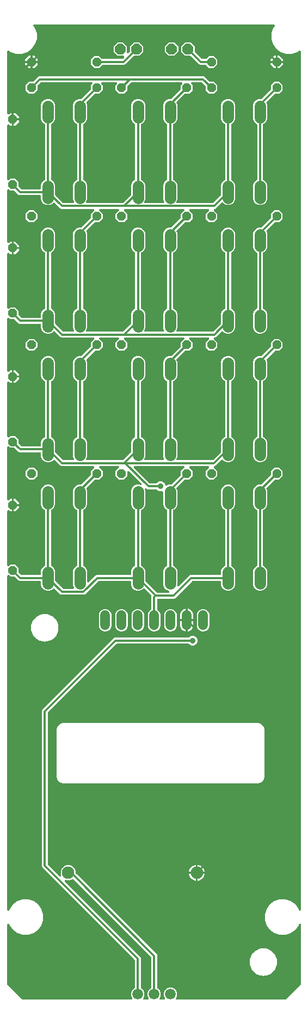
<source format=gtl>
G04 EAGLE Gerber RS-274X export*
G75*
%MOMM*%
%FSLAX34Y34*%
%LPD*%
%INTop Copper*%
%IPPOS*%
%AMOC8*
5,1,8,0,0,1.08239X$1,22.5*%
G01*
G04 Define Apertures*
%ADD10P,1.54782X8X22.5*%
%ADD11P,1.54782X8X292.5*%
%ADD12C,1.790700*%
%ADD13C,1.950000*%
%ADD14C,1.524000*%
%ADD15P,1.54782X8X202.5*%
%ADD16C,1.676400*%
%ADD17P,1.81452X8X22.5*%
%ADD18C,0.304800*%
%ADD19C,0.914400*%
G36*
X205170Y11805D02*
X205670Y12148D01*
X205997Y12659D01*
X206098Y13257D01*
X205959Y13847D01*
X205824Y14040D01*
X204186Y17995D01*
X204186Y22137D01*
X205771Y25965D01*
X208701Y28895D01*
X209087Y29055D01*
X209590Y29394D01*
X209921Y29902D01*
X210028Y30463D01*
X210028Y72875D01*
X209907Y73469D01*
X209582Y73953D01*
X66124Y217410D01*
X65428Y219091D01*
X65428Y460909D01*
X66124Y462590D01*
X177410Y573876D01*
X179091Y574572D01*
X293164Y574572D01*
X293759Y574693D01*
X294242Y575018D01*
X295684Y576460D01*
X298484Y577620D01*
X301516Y577620D01*
X304316Y576460D01*
X306460Y574316D01*
X307620Y571516D01*
X307620Y568484D01*
X306460Y565684D01*
X304316Y563540D01*
X301516Y562380D01*
X298484Y562380D01*
X295684Y563540D01*
X294242Y564982D01*
X293736Y565317D01*
X293164Y565428D01*
X182525Y565428D01*
X181931Y565307D01*
X181447Y564982D01*
X75018Y458553D01*
X74683Y458047D01*
X74572Y457475D01*
X74572Y222525D01*
X74693Y221931D01*
X75018Y221447D01*
X92686Y203780D01*
X93192Y203445D01*
X93788Y203334D01*
X94380Y203464D01*
X94875Y203815D01*
X95194Y204331D01*
X95286Y204930D01*
X95172Y205441D01*
X94668Y206656D01*
X94668Y211344D01*
X96462Y215674D01*
X99776Y218988D01*
X104106Y220782D01*
X108794Y220782D01*
X113124Y218988D01*
X116438Y215674D01*
X118232Y211344D01*
X118232Y208865D01*
X118353Y208271D01*
X118678Y207787D01*
X243876Y82590D01*
X244572Y80909D01*
X244572Y30463D01*
X244693Y29868D01*
X245036Y29368D01*
X245513Y29055D01*
X245899Y28895D01*
X248829Y25965D01*
X250414Y22137D01*
X250414Y17995D01*
X248762Y14005D01*
X248612Y13780D01*
X248501Y13184D01*
X248631Y12591D01*
X248982Y12097D01*
X249498Y11778D01*
X250025Y11684D01*
X255375Y11684D01*
X255970Y11805D01*
X256470Y12148D01*
X256797Y12659D01*
X256898Y13257D01*
X256759Y13847D01*
X256624Y14040D01*
X254986Y17995D01*
X254986Y22137D01*
X256571Y25965D01*
X259501Y28895D01*
X263329Y30480D01*
X267471Y30480D01*
X271299Y28895D01*
X274229Y25965D01*
X275814Y22137D01*
X275814Y17995D01*
X274162Y14005D01*
X274012Y13780D01*
X273901Y13184D01*
X274031Y12591D01*
X274382Y12097D01*
X274898Y11778D01*
X275425Y11684D01*
X444529Y11684D01*
X445124Y11805D01*
X445607Y12130D01*
X467870Y34393D01*
X468205Y34899D01*
X468316Y35471D01*
X468316Y128534D01*
X468195Y129128D01*
X467852Y129628D01*
X467341Y129955D01*
X466743Y130057D01*
X466153Y129917D01*
X465664Y129559D01*
X465343Y129005D01*
X464808Y127360D01*
X459688Y120312D01*
X452640Y115192D01*
X444356Y112500D01*
X435644Y112500D01*
X427360Y115192D01*
X420312Y120312D01*
X415192Y127360D01*
X412500Y135644D01*
X412500Y144356D01*
X415192Y152640D01*
X420312Y159688D01*
X427360Y164808D01*
X435644Y167500D01*
X444356Y167500D01*
X452640Y164808D01*
X459688Y159688D01*
X464808Y152640D01*
X465343Y150995D01*
X465641Y150467D01*
X466122Y150098D01*
X466709Y149945D01*
X467309Y150033D01*
X467827Y150348D01*
X468181Y150840D01*
X468316Y151466D01*
X468316Y1486324D01*
X468195Y1486919D01*
X467852Y1487419D01*
X467341Y1487746D01*
X466743Y1487848D01*
X465896Y1487557D01*
X462640Y1485192D01*
X454356Y1482500D01*
X445644Y1482500D01*
X437360Y1485192D01*
X430312Y1490312D01*
X425192Y1497360D01*
X422500Y1505644D01*
X422500Y1514356D01*
X425192Y1522640D01*
X427557Y1525896D01*
X427809Y1526448D01*
X427826Y1527054D01*
X427605Y1527619D01*
X427181Y1528053D01*
X426324Y1528316D01*
X53676Y1528316D01*
X53081Y1528195D01*
X52581Y1527852D01*
X52254Y1527341D01*
X52152Y1526743D01*
X52443Y1525896D01*
X54808Y1522640D01*
X57500Y1514356D01*
X57500Y1505644D01*
X54808Y1497360D01*
X49688Y1490312D01*
X42640Y1485192D01*
X34356Y1482500D01*
X25644Y1482500D01*
X17360Y1485192D01*
X14104Y1487557D01*
X13552Y1487809D01*
X12946Y1487826D01*
X12381Y1487605D01*
X11947Y1487181D01*
X11684Y1486324D01*
X11684Y1389867D01*
X11805Y1389273D01*
X12148Y1388772D01*
X12659Y1388445D01*
X13257Y1388344D01*
X13847Y1388483D01*
X14286Y1388789D01*
X15986Y1390490D01*
X18476Y1390490D01*
X18476Y1371110D01*
X15986Y1371110D01*
X14286Y1372811D01*
X13780Y1373146D01*
X13184Y1373257D01*
X12591Y1373127D01*
X12097Y1372776D01*
X11778Y1372260D01*
X11684Y1371733D01*
X11684Y1287549D01*
X11805Y1286954D01*
X12148Y1286454D01*
X12659Y1286127D01*
X13257Y1286025D01*
X13847Y1286165D01*
X14286Y1286471D01*
X16197Y1288382D01*
X23803Y1288382D01*
X29182Y1283003D01*
X29182Y1277115D01*
X29303Y1276521D01*
X29628Y1276037D01*
X33131Y1272534D01*
X33637Y1272199D01*
X34209Y1272088D01*
X62599Y1272088D01*
X63193Y1272209D01*
X63693Y1272552D01*
X64020Y1273063D01*
X64123Y1273612D01*
X64123Y1278655D01*
X65795Y1282692D01*
X68885Y1285783D01*
X69595Y1286077D01*
X70098Y1286416D01*
X70429Y1286924D01*
X70536Y1287485D01*
X70536Y1372515D01*
X70415Y1373110D01*
X70072Y1373610D01*
X69595Y1373923D01*
X68885Y1374217D01*
X65795Y1377308D01*
X64123Y1381345D01*
X64123Y1403623D01*
X65795Y1407660D01*
X68885Y1410751D01*
X72923Y1412423D01*
X77293Y1412423D01*
X81331Y1410751D01*
X84421Y1407660D01*
X86094Y1403623D01*
X86094Y1381345D01*
X84421Y1377308D01*
X81331Y1374217D01*
X80621Y1373923D01*
X80118Y1373584D01*
X79787Y1373076D01*
X79680Y1372515D01*
X79680Y1287485D01*
X79801Y1286890D01*
X80144Y1286390D01*
X80621Y1286077D01*
X81331Y1285783D01*
X84421Y1282692D01*
X86094Y1278655D01*
X86094Y1263628D01*
X86214Y1263033D01*
X86540Y1262550D01*
X98018Y1251071D01*
X98524Y1250736D01*
X99096Y1250625D01*
X114008Y1250625D01*
X114603Y1250746D01*
X115103Y1251089D01*
X115430Y1251600D01*
X115532Y1252198D01*
X115416Y1252732D01*
X113907Y1256377D01*
X113907Y1278655D01*
X115579Y1282692D01*
X118669Y1285783D01*
X119379Y1286077D01*
X119882Y1286416D01*
X120213Y1286924D01*
X120320Y1287485D01*
X120320Y1372515D01*
X120199Y1373110D01*
X119856Y1373610D01*
X119379Y1373923D01*
X118669Y1374217D01*
X115579Y1377308D01*
X113907Y1381345D01*
X113907Y1403623D01*
X115579Y1407660D01*
X118669Y1410751D01*
X122707Y1412423D01*
X126126Y1412423D01*
X126720Y1412544D01*
X127204Y1412869D01*
X141172Y1426837D01*
X141507Y1427343D01*
X141618Y1427915D01*
X141618Y1433803D01*
X143641Y1435826D01*
X143976Y1436332D01*
X144087Y1436928D01*
X143957Y1437521D01*
X143606Y1438015D01*
X143090Y1438334D01*
X142563Y1438428D01*
X64725Y1438428D01*
X64131Y1438307D01*
X63647Y1437982D01*
X58828Y1433163D01*
X58493Y1432657D01*
X58382Y1432085D01*
X58382Y1426197D01*
X53003Y1420818D01*
X45397Y1420818D01*
X40018Y1426197D01*
X40018Y1433803D01*
X45397Y1439182D01*
X51285Y1439182D01*
X51879Y1439303D01*
X52363Y1439628D01*
X59610Y1446876D01*
X61291Y1447572D01*
X317109Y1447572D01*
X318790Y1446876D01*
X326037Y1439628D01*
X326543Y1439293D01*
X327115Y1439182D01*
X333003Y1439182D01*
X338382Y1433803D01*
X338382Y1426197D01*
X333003Y1420818D01*
X325397Y1420818D01*
X320018Y1426197D01*
X320018Y1432085D01*
X319897Y1432679D01*
X319572Y1433163D01*
X314753Y1437982D01*
X314247Y1438317D01*
X313675Y1438428D01*
X299037Y1438428D01*
X298442Y1438307D01*
X297942Y1437964D01*
X297615Y1437453D01*
X297513Y1436855D01*
X297653Y1436265D01*
X297959Y1435826D01*
X299982Y1433803D01*
X299982Y1426197D01*
X294603Y1420818D01*
X288715Y1420818D01*
X288121Y1420697D01*
X287637Y1420372D01*
X275136Y1407871D01*
X274801Y1407365D01*
X274690Y1406769D01*
X274806Y1406210D01*
X275878Y1403623D01*
X275878Y1381345D01*
X274205Y1377308D01*
X271115Y1374217D01*
X270405Y1373923D01*
X269902Y1373584D01*
X269571Y1373076D01*
X269464Y1372515D01*
X269464Y1287485D01*
X269585Y1286890D01*
X269928Y1286390D01*
X270405Y1286077D01*
X271115Y1285783D01*
X274205Y1282692D01*
X275878Y1278655D01*
X275878Y1256377D01*
X274368Y1252732D01*
X274252Y1252137D01*
X274377Y1251543D01*
X274724Y1251046D01*
X275238Y1250723D01*
X275776Y1250625D01*
X331120Y1250625D01*
X331714Y1250746D01*
X332198Y1251071D01*
X343676Y1262550D01*
X344011Y1263056D01*
X344123Y1263628D01*
X344123Y1278655D01*
X345795Y1282692D01*
X348885Y1285783D01*
X349595Y1286077D01*
X350098Y1286416D01*
X350429Y1286924D01*
X350536Y1287485D01*
X350536Y1372515D01*
X350415Y1373110D01*
X350072Y1373610D01*
X349595Y1373923D01*
X348885Y1374217D01*
X345795Y1377308D01*
X344123Y1381345D01*
X344123Y1403623D01*
X345795Y1407660D01*
X348885Y1410751D01*
X352923Y1412423D01*
X357293Y1412423D01*
X361331Y1410751D01*
X364421Y1407660D01*
X366094Y1403623D01*
X366094Y1381345D01*
X364421Y1377308D01*
X361331Y1374217D01*
X360621Y1373923D01*
X360118Y1373584D01*
X359787Y1373076D01*
X359680Y1372515D01*
X359680Y1287485D01*
X359801Y1286890D01*
X360144Y1286390D01*
X360621Y1286077D01*
X361331Y1285783D01*
X364421Y1282692D01*
X366094Y1278655D01*
X366094Y1256377D01*
X364421Y1252340D01*
X361331Y1249249D01*
X357293Y1247577D01*
X352923Y1247577D01*
X348885Y1249249D01*
X347174Y1250961D01*
X346668Y1251296D01*
X346072Y1251407D01*
X345480Y1251277D01*
X345019Y1250961D01*
X336235Y1242177D01*
X334554Y1241481D01*
X334384Y1241481D01*
X333789Y1241360D01*
X333289Y1241017D01*
X332962Y1240506D01*
X332860Y1239908D01*
X333000Y1239318D01*
X333306Y1238879D01*
X338382Y1233803D01*
X338382Y1226197D01*
X333003Y1220818D01*
X325397Y1220818D01*
X320018Y1226197D01*
X320018Y1233803D01*
X325094Y1238879D01*
X325429Y1239385D01*
X325540Y1239981D01*
X325410Y1240574D01*
X325059Y1241068D01*
X324543Y1241387D01*
X324016Y1241481D01*
X295984Y1241481D01*
X295389Y1241360D01*
X294889Y1241017D01*
X294562Y1240506D01*
X294460Y1239908D01*
X294600Y1239318D01*
X294906Y1238879D01*
X299982Y1233803D01*
X299982Y1226197D01*
X294603Y1220818D01*
X288715Y1220818D01*
X288121Y1220697D01*
X287637Y1220372D01*
X275136Y1207871D01*
X274801Y1207365D01*
X274690Y1206769D01*
X274806Y1206210D01*
X275878Y1203623D01*
X275878Y1181345D01*
X274205Y1177308D01*
X271115Y1174217D01*
X270405Y1173923D01*
X269902Y1173584D01*
X269571Y1173076D01*
X269464Y1172515D01*
X269464Y1087485D01*
X269585Y1086890D01*
X269928Y1086390D01*
X270405Y1086077D01*
X271115Y1085783D01*
X274205Y1082692D01*
X275878Y1078655D01*
X275878Y1056377D01*
X274368Y1052732D01*
X274252Y1052137D01*
X274377Y1051543D01*
X274724Y1051046D01*
X275238Y1050723D01*
X275776Y1050625D01*
X331120Y1050625D01*
X331714Y1050746D01*
X332198Y1051071D01*
X343676Y1062550D01*
X344011Y1063056D01*
X344123Y1063628D01*
X344123Y1078655D01*
X345795Y1082692D01*
X348885Y1085783D01*
X349595Y1086077D01*
X350098Y1086416D01*
X350429Y1086924D01*
X350536Y1087485D01*
X350536Y1172515D01*
X350415Y1173110D01*
X350072Y1173610D01*
X349595Y1173923D01*
X348885Y1174217D01*
X345795Y1177308D01*
X344123Y1181345D01*
X344123Y1203623D01*
X345795Y1207660D01*
X348885Y1210751D01*
X352923Y1212423D01*
X357293Y1212423D01*
X361331Y1210751D01*
X364421Y1207660D01*
X366094Y1203623D01*
X366094Y1181345D01*
X364421Y1177308D01*
X361331Y1174217D01*
X360621Y1173923D01*
X360118Y1173584D01*
X359787Y1173076D01*
X359680Y1172515D01*
X359680Y1087485D01*
X359801Y1086890D01*
X360144Y1086390D01*
X360621Y1086077D01*
X361331Y1085783D01*
X364421Y1082692D01*
X366094Y1078655D01*
X366094Y1056377D01*
X364421Y1052340D01*
X361331Y1049249D01*
X357293Y1047577D01*
X352923Y1047577D01*
X348885Y1049249D01*
X347174Y1050961D01*
X346668Y1051296D01*
X346072Y1051407D01*
X345480Y1051277D01*
X345019Y1050961D01*
X336235Y1042177D01*
X334554Y1041481D01*
X334384Y1041481D01*
X333789Y1041360D01*
X333289Y1041017D01*
X332962Y1040506D01*
X332860Y1039908D01*
X333000Y1039318D01*
X333306Y1038879D01*
X338382Y1033803D01*
X338382Y1026197D01*
X333003Y1020818D01*
X325397Y1020818D01*
X320018Y1026197D01*
X320018Y1033803D01*
X325094Y1038879D01*
X325429Y1039385D01*
X325540Y1039981D01*
X325410Y1040574D01*
X325059Y1041068D01*
X324543Y1041387D01*
X324016Y1041481D01*
X295984Y1041481D01*
X295389Y1041360D01*
X294889Y1041017D01*
X294562Y1040506D01*
X294460Y1039908D01*
X294600Y1039318D01*
X294906Y1038879D01*
X299982Y1033803D01*
X299982Y1026197D01*
X294603Y1020818D01*
X288715Y1020818D01*
X288121Y1020697D01*
X287637Y1020372D01*
X275136Y1007871D01*
X274801Y1007365D01*
X274690Y1006769D01*
X274806Y1006210D01*
X275878Y1003623D01*
X275878Y981345D01*
X274205Y977308D01*
X271115Y974217D01*
X270405Y973923D01*
X269902Y973584D01*
X269571Y973076D01*
X269464Y972515D01*
X269464Y887485D01*
X269585Y886890D01*
X269928Y886390D01*
X270405Y886077D01*
X271115Y885783D01*
X274205Y882692D01*
X275878Y878655D01*
X275878Y856377D01*
X274346Y852679D01*
X274230Y852084D01*
X274355Y851490D01*
X274702Y850993D01*
X275216Y850670D01*
X275754Y850572D01*
X330761Y850572D01*
X331355Y850693D01*
X331839Y851018D01*
X343676Y862856D01*
X344011Y863362D01*
X344123Y863934D01*
X344123Y878961D01*
X345795Y882998D01*
X348885Y886089D01*
X349595Y886383D01*
X350098Y886722D01*
X350429Y887230D01*
X350536Y887791D01*
X350536Y972821D01*
X350415Y973416D01*
X350072Y973916D01*
X349595Y974229D01*
X348885Y974523D01*
X345795Y977614D01*
X344123Y981651D01*
X344123Y1003929D01*
X345795Y1007966D01*
X348885Y1011057D01*
X352923Y1012729D01*
X357293Y1012729D01*
X361331Y1011057D01*
X364421Y1007966D01*
X366094Y1003929D01*
X366094Y981651D01*
X364421Y977614D01*
X361331Y974523D01*
X360621Y974229D01*
X360118Y973890D01*
X359787Y973382D01*
X359680Y972821D01*
X359680Y887791D01*
X359801Y887196D01*
X360144Y886696D01*
X360621Y886383D01*
X361331Y886089D01*
X364421Y882998D01*
X366094Y878961D01*
X366094Y856683D01*
X364421Y852646D01*
X361331Y849555D01*
X357293Y847883D01*
X352923Y847883D01*
X348885Y849555D01*
X347174Y851267D01*
X346668Y851602D01*
X346072Y851713D01*
X345480Y851583D01*
X345019Y851267D01*
X335876Y842124D01*
X333964Y841332D01*
X333842Y841307D01*
X333342Y840964D01*
X333015Y840453D01*
X332913Y839855D01*
X333053Y839265D01*
X333359Y838826D01*
X338382Y833803D01*
X338382Y826197D01*
X333003Y820818D01*
X325397Y820818D01*
X320018Y826197D01*
X320018Y833803D01*
X325041Y838826D01*
X325376Y839332D01*
X325487Y839928D01*
X325357Y840521D01*
X325006Y841015D01*
X324490Y841334D01*
X323963Y841428D01*
X296037Y841428D01*
X295442Y841307D01*
X294942Y840964D01*
X294615Y840453D01*
X294513Y839855D01*
X294653Y839265D01*
X294959Y838826D01*
X299982Y833803D01*
X299982Y826197D01*
X294603Y820818D01*
X288715Y820818D01*
X288121Y820697D01*
X287637Y820372D01*
X275136Y807871D01*
X274801Y807365D01*
X274690Y806769D01*
X274806Y806210D01*
X275878Y803623D01*
X275878Y781345D01*
X274205Y777308D01*
X271115Y774217D01*
X270405Y773923D01*
X269902Y773584D01*
X269571Y773076D01*
X269464Y772515D01*
X269464Y687485D01*
X269585Y686890D01*
X269928Y686390D01*
X270405Y686077D01*
X271115Y685783D01*
X274205Y682692D01*
X275878Y678655D01*
X275878Y656161D01*
X275841Y655974D01*
X275966Y655381D01*
X276313Y654883D01*
X276827Y654560D01*
X277426Y654463D01*
X278015Y654607D01*
X278443Y654908D01*
X294926Y671392D01*
X296607Y672088D01*
X342599Y672088D01*
X343193Y672209D01*
X343693Y672552D01*
X344020Y673063D01*
X344123Y673612D01*
X344123Y678655D01*
X345795Y682692D01*
X348885Y685783D01*
X349595Y686077D01*
X350098Y686416D01*
X350429Y686924D01*
X350536Y687485D01*
X350536Y772515D01*
X350415Y773110D01*
X350072Y773610D01*
X349595Y773923D01*
X348885Y774217D01*
X345795Y777308D01*
X344123Y781345D01*
X344123Y803623D01*
X345795Y807660D01*
X348885Y810751D01*
X352923Y812423D01*
X357293Y812423D01*
X361331Y810751D01*
X364421Y807660D01*
X366094Y803623D01*
X366094Y781345D01*
X364421Y777308D01*
X361331Y774217D01*
X360621Y773923D01*
X360118Y773584D01*
X359787Y773076D01*
X359680Y772515D01*
X359680Y687485D01*
X359801Y686890D01*
X360144Y686390D01*
X360621Y686077D01*
X361331Y685783D01*
X364421Y682692D01*
X366094Y678655D01*
X366094Y656377D01*
X364421Y652340D01*
X361331Y649249D01*
X357293Y647577D01*
X352923Y647577D01*
X348885Y649249D01*
X345795Y652340D01*
X344123Y656377D01*
X344123Y661420D01*
X344002Y662014D01*
X343659Y662515D01*
X343148Y662842D01*
X342599Y662944D01*
X300041Y662944D01*
X299447Y662823D01*
X298963Y662498D01*
X272590Y636124D01*
X270909Y635428D01*
X246096Y635428D01*
X245502Y635307D01*
X245001Y634964D01*
X244674Y634453D01*
X244572Y633904D01*
X244572Y619004D01*
X244693Y618409D01*
X245036Y617909D01*
X245435Y617647D01*
X248183Y614899D01*
X249652Y611352D01*
X249652Y592272D01*
X248183Y588725D01*
X245467Y586009D01*
X241920Y584540D01*
X238080Y584540D01*
X234533Y586009D01*
X231817Y588725D01*
X230348Y592272D01*
X230348Y611352D01*
X231817Y614899D01*
X234569Y617651D01*
X234990Y617935D01*
X235321Y618443D01*
X235428Y619004D01*
X235428Y638285D01*
X235754Y639073D01*
X235870Y639669D01*
X235745Y640262D01*
X235424Y640734D01*
X225197Y650961D01*
X224692Y651296D01*
X224096Y651407D01*
X223503Y651277D01*
X223042Y650961D01*
X221331Y649249D01*
X217293Y647577D01*
X212923Y647577D01*
X208885Y649249D01*
X205795Y652340D01*
X204123Y656377D01*
X204123Y661420D01*
X204002Y662014D01*
X203659Y662515D01*
X203148Y662842D01*
X202599Y662944D01*
X154062Y662944D01*
X153467Y662823D01*
X152984Y662498D01*
X132663Y642177D01*
X130983Y641481D01*
X95662Y641481D01*
X93981Y642177D01*
X85197Y650961D01*
X84692Y651296D01*
X84096Y651407D01*
X83503Y651277D01*
X83042Y650961D01*
X81331Y649249D01*
X77293Y647577D01*
X72923Y647577D01*
X68885Y649249D01*
X65795Y652340D01*
X64123Y656377D01*
X64123Y661420D01*
X64002Y662014D01*
X63659Y662515D01*
X63148Y662842D01*
X62599Y662944D01*
X30775Y662944D01*
X29094Y663640D01*
X23163Y669572D01*
X22657Y669907D01*
X22085Y670018D01*
X16197Y670018D01*
X14286Y671929D01*
X13780Y672264D01*
X13184Y672375D01*
X12591Y672245D01*
X12097Y671894D01*
X11778Y671378D01*
X11684Y670851D01*
X11684Y151466D01*
X11805Y150872D01*
X12148Y150372D01*
X12659Y150045D01*
X13257Y149943D01*
X13847Y150083D01*
X14336Y150442D01*
X14657Y150995D01*
X15192Y152640D01*
X20312Y159688D01*
X27360Y164808D01*
X35644Y167500D01*
X44356Y167500D01*
X52640Y164808D01*
X59688Y159688D01*
X64808Y152640D01*
X67500Y144356D01*
X67500Y135644D01*
X64808Y127360D01*
X59688Y120312D01*
X52640Y115192D01*
X44356Y112500D01*
X35644Y112500D01*
X27360Y115192D01*
X20312Y120312D01*
X15192Y127360D01*
X14657Y129005D01*
X14359Y129533D01*
X13878Y129902D01*
X13291Y130055D01*
X12691Y129967D01*
X12173Y129652D01*
X11819Y129160D01*
X11684Y128534D01*
X11684Y35471D01*
X11805Y34877D01*
X12130Y34393D01*
X34393Y12130D01*
X34899Y11795D01*
X35471Y11684D01*
X204575Y11684D01*
X205170Y11805D01*
G37*
%LPC*%
G36*
X146997Y1460818D02*
X141618Y1466197D01*
X141618Y1473803D01*
X146997Y1479182D01*
X154603Y1479182D01*
X158767Y1475018D01*
X159273Y1474683D01*
X159845Y1474572D01*
X190175Y1474572D01*
X190769Y1474693D01*
X191253Y1475018D01*
X193219Y1476984D01*
X193554Y1477490D01*
X193665Y1478086D01*
X193535Y1478679D01*
X193184Y1479173D01*
X192668Y1479492D01*
X192141Y1479586D01*
X182986Y1479586D01*
X176886Y1485686D01*
X176886Y1494314D01*
X182986Y1500414D01*
X191614Y1500414D01*
X197714Y1494314D01*
X197714Y1485159D01*
X197835Y1484565D01*
X198178Y1484064D01*
X198689Y1483738D01*
X199287Y1483636D01*
X199877Y1483775D01*
X200316Y1484081D01*
X201840Y1485605D01*
X202175Y1486111D01*
X202286Y1486683D01*
X202286Y1494314D01*
X208386Y1500414D01*
X217014Y1500414D01*
X223114Y1494314D01*
X223114Y1485686D01*
X217014Y1479586D01*
X209383Y1479586D01*
X208789Y1479465D01*
X208305Y1479140D01*
X195290Y1466124D01*
X193609Y1465428D01*
X159845Y1465428D01*
X159250Y1465307D01*
X158767Y1464982D01*
X154603Y1460818D01*
X146997Y1460818D01*
G37*
G36*
X262986Y1479586D02*
X256886Y1485686D01*
X256886Y1494314D01*
X262986Y1500414D01*
X271614Y1500414D01*
X277714Y1494314D01*
X277714Y1485686D01*
X271614Y1479586D01*
X262986Y1479586D01*
G37*
G36*
X325397Y1460818D02*
X321233Y1464982D01*
X320727Y1465317D01*
X320155Y1465428D01*
X311791Y1465428D01*
X310110Y1466124D01*
X297095Y1479140D01*
X296589Y1479475D01*
X296017Y1479586D01*
X288386Y1479586D01*
X282286Y1485686D01*
X282286Y1494314D01*
X288386Y1500414D01*
X297014Y1500414D01*
X303114Y1494314D01*
X303114Y1486683D01*
X303235Y1486089D01*
X303560Y1485605D01*
X314147Y1475018D01*
X314653Y1474683D01*
X315225Y1474572D01*
X320155Y1474572D01*
X320750Y1474693D01*
X321233Y1475018D01*
X325397Y1479182D01*
X333003Y1479182D01*
X338382Y1473803D01*
X338382Y1466197D01*
X333003Y1460818D01*
X325397Y1460818D01*
G37*
G36*
X50724Y1471524D02*
X50724Y1479690D01*
X53214Y1479690D01*
X58890Y1474014D01*
X58890Y1471524D01*
X50724Y1471524D01*
G37*
G36*
X432324Y1471524D02*
X432324Y1479690D01*
X434814Y1479690D01*
X440490Y1474014D01*
X440490Y1471524D01*
X432324Y1471524D01*
G37*
G36*
X421110Y1471524D02*
X421110Y1474014D01*
X426786Y1479690D01*
X429276Y1479690D01*
X429276Y1471524D01*
X421110Y1471524D01*
G37*
G36*
X39510Y1471524D02*
X39510Y1474014D01*
X45186Y1479690D01*
X47676Y1479690D01*
X47676Y1471524D01*
X39510Y1471524D01*
G37*
G36*
X50724Y1460310D02*
X50724Y1468476D01*
X58890Y1468476D01*
X58890Y1465986D01*
X53214Y1460310D01*
X50724Y1460310D01*
G37*
G36*
X426786Y1460310D02*
X421110Y1465986D01*
X421110Y1468476D01*
X429276Y1468476D01*
X429276Y1460310D01*
X426786Y1460310D01*
G37*
G36*
X432324Y1460310D02*
X432324Y1468476D01*
X440490Y1468476D01*
X440490Y1465986D01*
X434814Y1460310D01*
X432324Y1460310D01*
G37*
G36*
X45186Y1460310D02*
X39510Y1465986D01*
X39510Y1468476D01*
X47676Y1468476D01*
X47676Y1460310D01*
X45186Y1460310D01*
G37*
G36*
X402707Y1247577D02*
X398669Y1249249D01*
X395579Y1252340D01*
X393907Y1256377D01*
X393907Y1278655D01*
X395579Y1282692D01*
X398669Y1285783D01*
X399379Y1286077D01*
X399882Y1286416D01*
X400213Y1286924D01*
X400320Y1287485D01*
X400320Y1372515D01*
X400199Y1373110D01*
X399856Y1373610D01*
X399379Y1373923D01*
X398669Y1374217D01*
X395579Y1377308D01*
X393907Y1381345D01*
X393907Y1403623D01*
X395579Y1407660D01*
X398669Y1410751D01*
X402707Y1412423D01*
X406126Y1412423D01*
X406720Y1412544D01*
X407204Y1412869D01*
X421172Y1426837D01*
X421507Y1427343D01*
X421618Y1427915D01*
X421618Y1433803D01*
X426997Y1439182D01*
X434603Y1439182D01*
X439982Y1433803D01*
X439982Y1426197D01*
X434603Y1420818D01*
X428715Y1420818D01*
X428121Y1420697D01*
X427637Y1420372D01*
X415136Y1407871D01*
X414801Y1407365D01*
X414690Y1406769D01*
X414806Y1406210D01*
X415878Y1403623D01*
X415878Y1381345D01*
X414205Y1377308D01*
X411115Y1374217D01*
X410405Y1373923D01*
X409902Y1373584D01*
X409571Y1373076D01*
X409464Y1372515D01*
X409464Y1287485D01*
X409585Y1286890D01*
X409928Y1286390D01*
X410405Y1286077D01*
X411115Y1285783D01*
X414205Y1282692D01*
X415878Y1278655D01*
X415878Y1256377D01*
X414205Y1252340D01*
X411115Y1249249D01*
X407077Y1247577D01*
X402707Y1247577D01*
G37*
G36*
X21524Y1382324D02*
X21524Y1390490D01*
X24014Y1390490D01*
X29690Y1384814D01*
X29690Y1382324D01*
X21524Y1382324D01*
G37*
G36*
X21524Y1371110D02*
X21524Y1379276D01*
X29690Y1379276D01*
X29690Y1376786D01*
X24014Y1371110D01*
X21524Y1371110D01*
G37*
G36*
X402707Y1047577D02*
X398669Y1049249D01*
X395579Y1052340D01*
X393907Y1056377D01*
X393907Y1078655D01*
X395579Y1082692D01*
X398669Y1085783D01*
X399379Y1086077D01*
X399882Y1086416D01*
X400213Y1086924D01*
X400320Y1087485D01*
X400320Y1172515D01*
X400199Y1173110D01*
X399856Y1173610D01*
X399379Y1173923D01*
X398669Y1174217D01*
X395579Y1177308D01*
X393907Y1181345D01*
X393907Y1203623D01*
X395579Y1207660D01*
X398669Y1210751D01*
X402707Y1212423D01*
X406126Y1212423D01*
X406720Y1212544D01*
X407204Y1212869D01*
X421172Y1226837D01*
X421507Y1227343D01*
X421618Y1227915D01*
X421618Y1233803D01*
X426997Y1239182D01*
X434603Y1239182D01*
X439982Y1233803D01*
X439982Y1226197D01*
X434603Y1220818D01*
X428715Y1220818D01*
X428121Y1220697D01*
X427637Y1220372D01*
X415136Y1207871D01*
X414801Y1207365D01*
X414690Y1206769D01*
X414806Y1206210D01*
X415878Y1203623D01*
X415878Y1181345D01*
X414205Y1177308D01*
X411115Y1174217D01*
X410405Y1173923D01*
X409902Y1173584D01*
X409571Y1173076D01*
X409464Y1172515D01*
X409464Y1087485D01*
X409585Y1086890D01*
X409928Y1086390D01*
X410405Y1086077D01*
X411115Y1085783D01*
X414205Y1082692D01*
X415878Y1078655D01*
X415878Y1056377D01*
X414205Y1052340D01*
X411115Y1049249D01*
X407077Y1047577D01*
X402707Y1047577D01*
G37*
G36*
X402707Y847883D02*
X398669Y849555D01*
X395579Y852646D01*
X393907Y856683D01*
X393907Y878961D01*
X395579Y882998D01*
X398669Y886089D01*
X399379Y886383D01*
X399882Y886722D01*
X400213Y887230D01*
X400320Y887791D01*
X400320Y972821D01*
X400199Y973416D01*
X399856Y973916D01*
X399379Y974229D01*
X398669Y974523D01*
X395579Y977614D01*
X393907Y981651D01*
X393907Y1003929D01*
X395579Y1007966D01*
X398669Y1011057D01*
X402707Y1012729D01*
X406432Y1012729D01*
X407026Y1012850D01*
X407510Y1013175D01*
X421172Y1026837D01*
X421507Y1027343D01*
X421618Y1027915D01*
X421618Y1033803D01*
X426997Y1039182D01*
X434603Y1039182D01*
X439982Y1033803D01*
X439982Y1026197D01*
X434603Y1020818D01*
X428715Y1020818D01*
X428121Y1020697D01*
X427637Y1020372D01*
X415226Y1007960D01*
X414891Y1007454D01*
X414780Y1006858D01*
X414896Y1006299D01*
X415878Y1003929D01*
X415878Y981651D01*
X414205Y977614D01*
X411115Y974523D01*
X410405Y974229D01*
X409902Y973890D01*
X409571Y973382D01*
X409464Y972821D01*
X409464Y887791D01*
X409585Y887196D01*
X409928Y886696D01*
X410405Y886383D01*
X411115Y886089D01*
X414205Y882998D01*
X415878Y878961D01*
X415878Y856683D01*
X414205Y852646D01*
X411115Y849555D01*
X407077Y847883D01*
X402707Y847883D01*
G37*
G36*
X402707Y647577D02*
X398669Y649249D01*
X395579Y652340D01*
X393907Y656377D01*
X393907Y678655D01*
X395579Y682692D01*
X398669Y685783D01*
X399379Y686077D01*
X399882Y686416D01*
X400213Y686924D01*
X400320Y687485D01*
X400320Y772515D01*
X400199Y773110D01*
X399856Y773610D01*
X399379Y773923D01*
X398669Y774217D01*
X395579Y777308D01*
X393907Y781345D01*
X393907Y803623D01*
X395579Y807660D01*
X398669Y810751D01*
X402707Y812423D01*
X406126Y812423D01*
X406720Y812544D01*
X407204Y812869D01*
X421172Y826837D01*
X421507Y827343D01*
X421618Y827915D01*
X421618Y833803D01*
X426997Y839182D01*
X434603Y839182D01*
X439982Y833803D01*
X439982Y826197D01*
X434603Y820818D01*
X428715Y820818D01*
X428121Y820697D01*
X427637Y820372D01*
X415136Y807871D01*
X414801Y807365D01*
X414690Y806769D01*
X414806Y806210D01*
X415878Y803623D01*
X415878Y781345D01*
X414205Y777308D01*
X411115Y774217D01*
X410405Y773923D01*
X409902Y773584D01*
X409571Y773076D01*
X409464Y772515D01*
X409464Y687485D01*
X409585Y686890D01*
X409928Y686390D01*
X410405Y686077D01*
X411115Y685783D01*
X414205Y682692D01*
X415878Y678655D01*
X415878Y656377D01*
X414205Y652340D01*
X411115Y649249D01*
X407077Y647577D01*
X402707Y647577D01*
G37*
G36*
X292324Y603336D02*
X292324Y619592D01*
X292821Y619592D01*
X296555Y618045D01*
X299413Y615187D01*
X300960Y611453D01*
X300960Y603336D01*
X292324Y603336D01*
G37*
G36*
X280640Y603336D02*
X280640Y611453D01*
X282187Y615187D01*
X285045Y618045D01*
X288779Y619592D01*
X289276Y619592D01*
X289276Y603336D01*
X280640Y603336D01*
G37*
G36*
X161880Y584540D02*
X158333Y586009D01*
X155617Y588725D01*
X154148Y592272D01*
X154148Y611352D01*
X155617Y614899D01*
X158333Y617615D01*
X161880Y619084D01*
X165720Y619084D01*
X169267Y617615D01*
X171983Y614899D01*
X173452Y611352D01*
X173452Y592272D01*
X171983Y588725D01*
X169267Y586009D01*
X165720Y584540D01*
X161880Y584540D01*
G37*
G36*
X187280Y584540D02*
X183733Y586009D01*
X181017Y588725D01*
X179548Y592272D01*
X179548Y611352D01*
X181017Y614899D01*
X183733Y617615D01*
X187280Y619084D01*
X191120Y619084D01*
X194667Y617615D01*
X197383Y614899D01*
X198852Y611352D01*
X198852Y592272D01*
X197383Y588725D01*
X194667Y586009D01*
X191120Y584540D01*
X187280Y584540D01*
G37*
G36*
X314280Y584540D02*
X310733Y586009D01*
X308017Y588725D01*
X306548Y592272D01*
X306548Y611352D01*
X308017Y614899D01*
X310733Y617615D01*
X314280Y619084D01*
X318120Y619084D01*
X321667Y617615D01*
X324383Y614899D01*
X325852Y611352D01*
X325852Y592272D01*
X324383Y588725D01*
X321667Y586009D01*
X318120Y584540D01*
X314280Y584540D01*
G37*
G36*
X263480Y584540D02*
X259933Y586009D01*
X257217Y588725D01*
X255748Y592272D01*
X255748Y611352D01*
X257217Y614899D01*
X259933Y617615D01*
X263480Y619084D01*
X267320Y619084D01*
X270867Y617615D01*
X273583Y614899D01*
X275052Y611352D01*
X275052Y592272D01*
X273583Y588725D01*
X270867Y586009D01*
X267320Y584540D01*
X263480Y584540D01*
G37*
G36*
X212680Y584540D02*
X209133Y586009D01*
X206417Y588725D01*
X204948Y592272D01*
X204948Y611352D01*
X206417Y614899D01*
X209133Y617615D01*
X212680Y619084D01*
X216520Y619084D01*
X220067Y617615D01*
X222783Y614899D01*
X224252Y611352D01*
X224252Y592272D01*
X222783Y588725D01*
X220067Y586009D01*
X216520Y584540D01*
X212680Y584540D01*
G37*
G36*
X68280Y568817D02*
X68015Y568840D01*
X65791Y568840D01*
X64198Y569500D01*
X63879Y569593D01*
X62651Y569809D01*
X60708Y570932D01*
X60529Y571020D01*
X58014Y572061D01*
X57149Y572926D01*
X56834Y573168D01*
X56189Y573540D01*
X54427Y575640D01*
X54337Y575738D01*
X52061Y578014D01*
X51787Y578677D01*
X51546Y579073D01*
X51392Y579257D01*
X50285Y582298D01*
X50261Y582360D01*
X48840Y585791D01*
X48840Y594209D01*
X50261Y597640D01*
X50285Y597702D01*
X51392Y600743D01*
X51546Y600927D01*
X51787Y601323D01*
X52061Y601986D01*
X54337Y604262D01*
X54427Y604360D01*
X56189Y606460D01*
X56834Y606832D01*
X57149Y607074D01*
X58014Y607939D01*
X60529Y608980D01*
X60708Y609069D01*
X62651Y610191D01*
X63879Y610407D01*
X64198Y610500D01*
X65791Y611160D01*
X68015Y611160D01*
X68280Y611183D01*
X70000Y611486D01*
X71720Y611183D01*
X71985Y611160D01*
X74209Y611160D01*
X75802Y610500D01*
X76121Y610407D01*
X77349Y610191D01*
X79292Y609069D01*
X79471Y608980D01*
X81986Y607939D01*
X82851Y607074D01*
X83166Y606832D01*
X83811Y606460D01*
X85573Y604360D01*
X85663Y604262D01*
X87939Y601986D01*
X88213Y601323D01*
X88454Y600927D01*
X88608Y600743D01*
X89715Y597702D01*
X89739Y597640D01*
X91160Y594209D01*
X91160Y585791D01*
X89739Y582360D01*
X89715Y582298D01*
X88608Y579257D01*
X88454Y579073D01*
X88213Y578677D01*
X87939Y578014D01*
X85663Y575738D01*
X85573Y575640D01*
X83811Y573540D01*
X83166Y573168D01*
X82851Y572926D01*
X81986Y572061D01*
X79471Y571020D01*
X79292Y570932D01*
X77349Y569809D01*
X76121Y569593D01*
X75802Y569500D01*
X74209Y568840D01*
X71985Y568840D01*
X71720Y568817D01*
X70000Y568514D01*
X68280Y568817D01*
G37*
G36*
X288779Y584032D02*
X285045Y585579D01*
X282187Y588437D01*
X280640Y592171D01*
X280640Y600288D01*
X289276Y600288D01*
X289276Y584032D01*
X288779Y584032D01*
G37*
G36*
X292324Y584032D02*
X292324Y600288D01*
X300960Y600288D01*
X300960Y592171D01*
X299413Y588437D01*
X296555Y585579D01*
X292821Y584032D01*
X292324Y584032D01*
G37*
G36*
X97676Y348316D02*
X93382Y350095D01*
X90095Y353382D01*
X88316Y357676D01*
X88316Y432324D01*
X90095Y436618D01*
X93382Y439905D01*
X97676Y441684D01*
X402324Y441684D01*
X406618Y439905D01*
X409905Y436618D01*
X411684Y432324D01*
X411684Y357676D01*
X409905Y353382D01*
X406618Y350095D01*
X402324Y348316D01*
X97676Y348316D01*
G37*
G36*
X294160Y210524D02*
X294160Y211445D01*
X296031Y215962D01*
X299488Y219419D01*
X304005Y221290D01*
X304926Y221290D01*
X304926Y210524D01*
X294160Y210524D01*
G37*
G36*
X307974Y210524D02*
X307974Y221290D01*
X308895Y221290D01*
X313412Y219419D01*
X316869Y215962D01*
X318740Y211445D01*
X318740Y210524D01*
X307974Y210524D01*
G37*
G36*
X307974Y196710D02*
X307974Y207476D01*
X318740Y207476D01*
X318740Y206555D01*
X316869Y202038D01*
X313412Y198581D01*
X308895Y196710D01*
X307974Y196710D01*
G37*
G36*
X304005Y196710D02*
X299488Y198581D01*
X296031Y202038D01*
X294160Y206555D01*
X294160Y207476D01*
X304926Y207476D01*
X304926Y196710D01*
X304005Y196710D01*
G37*
G36*
X408280Y48817D02*
X408015Y48840D01*
X405791Y48840D01*
X404198Y49500D01*
X403879Y49593D01*
X402651Y49809D01*
X400708Y50932D01*
X400529Y51020D01*
X398014Y52061D01*
X397149Y52926D01*
X396834Y53168D01*
X396189Y53540D01*
X394427Y55640D01*
X394337Y55738D01*
X392061Y58014D01*
X391787Y58677D01*
X391546Y59073D01*
X391392Y59257D01*
X390285Y62298D01*
X390261Y62360D01*
X388840Y65791D01*
X388840Y74209D01*
X390261Y77640D01*
X390285Y77702D01*
X391392Y80743D01*
X391546Y80927D01*
X391787Y81323D01*
X392061Y81986D01*
X394337Y84262D01*
X394427Y84360D01*
X396189Y86460D01*
X396834Y86832D01*
X397149Y87074D01*
X398014Y87939D01*
X400529Y88980D01*
X400708Y89069D01*
X402651Y90191D01*
X403879Y90407D01*
X404198Y90500D01*
X405791Y91160D01*
X408015Y91160D01*
X408280Y91183D01*
X410000Y91486D01*
X411720Y91183D01*
X411985Y91160D01*
X414209Y91160D01*
X415802Y90500D01*
X416121Y90407D01*
X417349Y90191D01*
X419292Y89069D01*
X419471Y88980D01*
X421986Y87939D01*
X422851Y87074D01*
X423166Y86832D01*
X423811Y86460D01*
X425573Y84360D01*
X425663Y84262D01*
X427939Y81986D01*
X428213Y81323D01*
X428454Y80927D01*
X428608Y80743D01*
X429715Y77702D01*
X429739Y77640D01*
X431160Y74209D01*
X431160Y65791D01*
X429739Y62360D01*
X429715Y62298D01*
X428608Y59257D01*
X428454Y59073D01*
X428213Y58677D01*
X427939Y58014D01*
X425663Y55738D01*
X425573Y55640D01*
X423811Y53540D01*
X423166Y53168D01*
X422851Y52926D01*
X421986Y52061D01*
X419471Y51020D01*
X419292Y50932D01*
X417349Y49809D01*
X416121Y49593D01*
X415802Y49500D01*
X414209Y48840D01*
X411985Y48840D01*
X411720Y48817D01*
X410000Y48514D01*
X408280Y48817D01*
G37*
%LPD*%
G36*
X191714Y1250746D02*
X192198Y1251071D01*
X203676Y1262550D01*
X204011Y1263056D01*
X204123Y1263628D01*
X204123Y1278655D01*
X205795Y1282692D01*
X208885Y1285783D01*
X209595Y1286077D01*
X210098Y1286416D01*
X210429Y1286924D01*
X210536Y1287485D01*
X210536Y1372515D01*
X210415Y1373110D01*
X210072Y1373610D01*
X209595Y1373923D01*
X208885Y1374217D01*
X205795Y1377308D01*
X204123Y1381345D01*
X204123Y1403623D01*
X205795Y1407660D01*
X208885Y1410751D01*
X212923Y1412423D01*
X217293Y1412423D01*
X221331Y1410751D01*
X224421Y1407660D01*
X226094Y1403623D01*
X226094Y1381345D01*
X224421Y1377308D01*
X221331Y1374217D01*
X220621Y1373923D01*
X220118Y1373584D01*
X219787Y1373076D01*
X219680Y1372515D01*
X219680Y1287485D01*
X219801Y1286890D01*
X220144Y1286390D01*
X220621Y1286077D01*
X221331Y1285783D01*
X224421Y1282692D01*
X226094Y1278655D01*
X226094Y1256377D01*
X224584Y1252732D01*
X224468Y1252137D01*
X224593Y1251543D01*
X224940Y1251046D01*
X225454Y1250723D01*
X225992Y1250625D01*
X254008Y1250625D01*
X254603Y1250746D01*
X255103Y1251089D01*
X255430Y1251600D01*
X255532Y1252198D01*
X255416Y1252732D01*
X253907Y1256377D01*
X253907Y1278655D01*
X255579Y1282692D01*
X258669Y1285783D01*
X259379Y1286077D01*
X259882Y1286416D01*
X260213Y1286924D01*
X260320Y1287485D01*
X260320Y1372515D01*
X260199Y1373110D01*
X259856Y1373610D01*
X259379Y1373923D01*
X258669Y1374217D01*
X255579Y1377308D01*
X253907Y1381345D01*
X253907Y1403623D01*
X255579Y1407660D01*
X258669Y1410751D01*
X262707Y1412423D01*
X266126Y1412423D01*
X266720Y1412544D01*
X267204Y1412869D01*
X281172Y1426837D01*
X281507Y1427343D01*
X281618Y1427915D01*
X281618Y1433803D01*
X283641Y1435826D01*
X283976Y1436332D01*
X284087Y1436928D01*
X283957Y1437521D01*
X283606Y1438015D01*
X283090Y1438334D01*
X282563Y1438428D01*
X204725Y1438428D01*
X204131Y1438307D01*
X203647Y1437982D01*
X198828Y1433163D01*
X198493Y1432657D01*
X198382Y1432085D01*
X198382Y1426197D01*
X193003Y1420818D01*
X185397Y1420818D01*
X180018Y1426197D01*
X180018Y1433803D01*
X182041Y1435826D01*
X182376Y1436332D01*
X182487Y1436928D01*
X182357Y1437521D01*
X182006Y1438015D01*
X181490Y1438334D01*
X180963Y1438428D01*
X159037Y1438428D01*
X158442Y1438307D01*
X157942Y1437964D01*
X157615Y1437453D01*
X157513Y1436855D01*
X157653Y1436265D01*
X157959Y1435826D01*
X159982Y1433803D01*
X159982Y1426197D01*
X154603Y1420818D01*
X148715Y1420818D01*
X148121Y1420697D01*
X147637Y1420372D01*
X135136Y1407871D01*
X134801Y1407365D01*
X134690Y1406769D01*
X134806Y1406210D01*
X135878Y1403623D01*
X135878Y1381345D01*
X134205Y1377308D01*
X131115Y1374217D01*
X130405Y1373923D01*
X129902Y1373584D01*
X129571Y1373076D01*
X129464Y1372515D01*
X129464Y1287485D01*
X129585Y1286890D01*
X129928Y1286390D01*
X130405Y1286077D01*
X131115Y1285783D01*
X134205Y1282692D01*
X135878Y1278655D01*
X135878Y1256377D01*
X134368Y1252732D01*
X134252Y1252137D01*
X134377Y1251543D01*
X134724Y1251046D01*
X135238Y1250723D01*
X135776Y1250625D01*
X191120Y1250625D01*
X191714Y1250746D01*
G37*
G36*
X114603Y1050746D02*
X115103Y1051089D01*
X115430Y1051600D01*
X115532Y1052198D01*
X115416Y1052732D01*
X113907Y1056377D01*
X113907Y1078655D01*
X115579Y1082692D01*
X118669Y1085783D01*
X119379Y1086077D01*
X119882Y1086416D01*
X120213Y1086924D01*
X120320Y1087485D01*
X120320Y1172515D01*
X120199Y1173110D01*
X119856Y1173610D01*
X119379Y1173923D01*
X118669Y1174217D01*
X115579Y1177308D01*
X113907Y1181345D01*
X113907Y1203623D01*
X115579Y1207660D01*
X118669Y1210751D01*
X122707Y1212423D01*
X126126Y1212423D01*
X126720Y1212544D01*
X127204Y1212869D01*
X141172Y1226837D01*
X141507Y1227343D01*
X141618Y1227915D01*
X141618Y1233803D01*
X146694Y1238879D01*
X147029Y1239385D01*
X147140Y1239981D01*
X147010Y1240574D01*
X146659Y1241068D01*
X146143Y1241387D01*
X145616Y1241481D01*
X95662Y1241481D01*
X93981Y1242177D01*
X85197Y1250961D01*
X84692Y1251296D01*
X84096Y1251407D01*
X83503Y1251277D01*
X83042Y1250961D01*
X81331Y1249249D01*
X77293Y1247577D01*
X72923Y1247577D01*
X68885Y1249249D01*
X65795Y1252340D01*
X64123Y1256377D01*
X64123Y1261420D01*
X64002Y1262014D01*
X63659Y1262515D01*
X63148Y1262842D01*
X62599Y1262944D01*
X30775Y1262944D01*
X29094Y1263640D01*
X23163Y1269572D01*
X22657Y1269907D01*
X22085Y1270018D01*
X16197Y1270018D01*
X14286Y1271929D01*
X13780Y1272264D01*
X13184Y1272375D01*
X12591Y1272245D01*
X12097Y1271894D01*
X11778Y1271378D01*
X11684Y1270851D01*
X11684Y1189867D01*
X11805Y1189273D01*
X12148Y1188772D01*
X12659Y1188445D01*
X13257Y1188344D01*
X13847Y1188483D01*
X14286Y1188789D01*
X15986Y1190490D01*
X18476Y1190490D01*
X18476Y1171110D01*
X15986Y1171110D01*
X14286Y1172811D01*
X13780Y1173146D01*
X13184Y1173257D01*
X12591Y1173127D01*
X12097Y1172776D01*
X11778Y1172260D01*
X11684Y1171733D01*
X11684Y1087549D01*
X11805Y1086954D01*
X12148Y1086454D01*
X12659Y1086127D01*
X13257Y1086025D01*
X13847Y1086165D01*
X14286Y1086471D01*
X16197Y1088382D01*
X23803Y1088382D01*
X29182Y1083003D01*
X29182Y1077115D01*
X29303Y1076521D01*
X29628Y1076037D01*
X33131Y1072534D01*
X33637Y1072199D01*
X34209Y1072088D01*
X62599Y1072088D01*
X63193Y1072209D01*
X63693Y1072552D01*
X64020Y1073063D01*
X64123Y1073612D01*
X64123Y1078655D01*
X65795Y1082692D01*
X68885Y1085783D01*
X69595Y1086077D01*
X70098Y1086416D01*
X70429Y1086924D01*
X70536Y1087485D01*
X70536Y1172515D01*
X70415Y1173110D01*
X70072Y1173610D01*
X69595Y1173923D01*
X68885Y1174217D01*
X65795Y1177308D01*
X64123Y1181345D01*
X64123Y1203623D01*
X65795Y1207660D01*
X68885Y1210751D01*
X72923Y1212423D01*
X77293Y1212423D01*
X81331Y1210751D01*
X84421Y1207660D01*
X86094Y1203623D01*
X86094Y1181345D01*
X84421Y1177308D01*
X81331Y1174217D01*
X80621Y1173923D01*
X80118Y1173584D01*
X79787Y1173076D01*
X79680Y1172515D01*
X79680Y1087485D01*
X79801Y1086890D01*
X80144Y1086390D01*
X80621Y1086077D01*
X81331Y1085783D01*
X84421Y1082692D01*
X86094Y1078655D01*
X86094Y1063628D01*
X86214Y1063033D01*
X86540Y1062550D01*
X98018Y1051071D01*
X98524Y1050736D01*
X99096Y1050625D01*
X114008Y1050625D01*
X114603Y1050746D01*
G37*
%LPC*%
G36*
X45397Y1220818D02*
X40018Y1226197D01*
X40018Y1233803D01*
X45397Y1239182D01*
X53003Y1239182D01*
X58382Y1233803D01*
X58382Y1226197D01*
X53003Y1220818D01*
X45397Y1220818D01*
G37*
G36*
X21524Y1182324D02*
X21524Y1190490D01*
X24014Y1190490D01*
X29690Y1184814D01*
X29690Y1182324D01*
X21524Y1182324D01*
G37*
G36*
X21524Y1171110D02*
X21524Y1179276D01*
X29690Y1179276D01*
X29690Y1176786D01*
X24014Y1171110D01*
X21524Y1171110D01*
G37*
%LPD*%
G36*
X191714Y1050746D02*
X192198Y1051071D01*
X203676Y1062550D01*
X204011Y1063056D01*
X204123Y1063628D01*
X204123Y1078655D01*
X205795Y1082692D01*
X208885Y1085783D01*
X209595Y1086077D01*
X210098Y1086416D01*
X210429Y1086924D01*
X210536Y1087485D01*
X210536Y1172515D01*
X210415Y1173110D01*
X210072Y1173610D01*
X209595Y1173923D01*
X208885Y1174217D01*
X205795Y1177308D01*
X204123Y1181345D01*
X204123Y1203623D01*
X205795Y1207660D01*
X208885Y1210751D01*
X212923Y1212423D01*
X217293Y1212423D01*
X221331Y1210751D01*
X224421Y1207660D01*
X226094Y1203623D01*
X226094Y1181345D01*
X224421Y1177308D01*
X221331Y1174217D01*
X220621Y1173923D01*
X220118Y1173584D01*
X219787Y1173076D01*
X219680Y1172515D01*
X219680Y1087485D01*
X219801Y1086890D01*
X220144Y1086390D01*
X220621Y1086077D01*
X221331Y1085783D01*
X224421Y1082692D01*
X226094Y1078655D01*
X226094Y1056377D01*
X224584Y1052732D01*
X224468Y1052137D01*
X224593Y1051543D01*
X224940Y1051046D01*
X225454Y1050723D01*
X225992Y1050625D01*
X254008Y1050625D01*
X254603Y1050746D01*
X255103Y1051089D01*
X255430Y1051600D01*
X255532Y1052198D01*
X255416Y1052732D01*
X253907Y1056377D01*
X253907Y1078655D01*
X255579Y1082692D01*
X258669Y1085783D01*
X259379Y1086077D01*
X259882Y1086416D01*
X260213Y1086924D01*
X260320Y1087485D01*
X260320Y1172515D01*
X260199Y1173110D01*
X259856Y1173610D01*
X259379Y1173923D01*
X258669Y1174217D01*
X255579Y1177308D01*
X253907Y1181345D01*
X253907Y1203623D01*
X255579Y1207660D01*
X258669Y1210751D01*
X262707Y1212423D01*
X266126Y1212423D01*
X266720Y1212544D01*
X267204Y1212869D01*
X281172Y1226837D01*
X281507Y1227343D01*
X281618Y1227915D01*
X281618Y1233803D01*
X286694Y1238879D01*
X287029Y1239385D01*
X287140Y1239981D01*
X287010Y1240574D01*
X286659Y1241068D01*
X286143Y1241387D01*
X285616Y1241481D01*
X194384Y1241481D01*
X193789Y1241360D01*
X193289Y1241017D01*
X192962Y1240506D01*
X192860Y1239908D01*
X193000Y1239318D01*
X193306Y1238879D01*
X198382Y1233803D01*
X198382Y1226197D01*
X193003Y1220818D01*
X185397Y1220818D01*
X180018Y1226197D01*
X180018Y1233803D01*
X185094Y1238879D01*
X185429Y1239385D01*
X185540Y1239981D01*
X185410Y1240574D01*
X185059Y1241068D01*
X184543Y1241387D01*
X184016Y1241481D01*
X155984Y1241481D01*
X155389Y1241360D01*
X154889Y1241017D01*
X154562Y1240506D01*
X154460Y1239908D01*
X154600Y1239318D01*
X154906Y1238879D01*
X159982Y1233803D01*
X159982Y1226197D01*
X154603Y1220818D01*
X148715Y1220818D01*
X148121Y1220697D01*
X147637Y1220372D01*
X135136Y1207871D01*
X134801Y1207365D01*
X134690Y1206769D01*
X134806Y1206210D01*
X135878Y1203623D01*
X135878Y1181345D01*
X134205Y1177308D01*
X131115Y1174217D01*
X130405Y1173923D01*
X129902Y1173584D01*
X129571Y1173076D01*
X129464Y1172515D01*
X129464Y1087485D01*
X129585Y1086890D01*
X129928Y1086390D01*
X130405Y1086077D01*
X131115Y1085783D01*
X134205Y1082692D01*
X135878Y1078655D01*
X135878Y1056377D01*
X134368Y1052732D01*
X134252Y1052137D01*
X134377Y1051543D01*
X134724Y1051046D01*
X135238Y1050723D01*
X135776Y1050625D01*
X191120Y1050625D01*
X191714Y1050746D01*
G37*
G36*
X114625Y850693D02*
X115125Y851036D01*
X115452Y851547D01*
X115554Y852145D01*
X115438Y852679D01*
X113907Y856377D01*
X113907Y878655D01*
X115579Y882692D01*
X118669Y885783D01*
X119379Y886077D01*
X119882Y886416D01*
X120213Y886924D01*
X120320Y887485D01*
X120320Y972515D01*
X120199Y973110D01*
X119856Y973610D01*
X119379Y973923D01*
X118669Y974217D01*
X115579Y977308D01*
X113907Y981345D01*
X113907Y1003623D01*
X115579Y1007660D01*
X118669Y1010751D01*
X122707Y1012423D01*
X126126Y1012423D01*
X126720Y1012544D01*
X127204Y1012869D01*
X141172Y1026837D01*
X141507Y1027343D01*
X141618Y1027915D01*
X141618Y1033803D01*
X146694Y1038879D01*
X147029Y1039385D01*
X147140Y1039981D01*
X147010Y1040574D01*
X146659Y1041068D01*
X146143Y1041387D01*
X145616Y1041481D01*
X95662Y1041481D01*
X93981Y1042177D01*
X85197Y1050961D01*
X84692Y1051296D01*
X84096Y1051407D01*
X83503Y1051277D01*
X83042Y1050961D01*
X81331Y1049249D01*
X77293Y1047577D01*
X72923Y1047577D01*
X68885Y1049249D01*
X65795Y1052340D01*
X64123Y1056377D01*
X64123Y1061420D01*
X64002Y1062014D01*
X63659Y1062515D01*
X63148Y1062842D01*
X62599Y1062944D01*
X30775Y1062944D01*
X29094Y1063640D01*
X23163Y1069572D01*
X22657Y1069907D01*
X22085Y1070018D01*
X16197Y1070018D01*
X14286Y1071929D01*
X13780Y1072264D01*
X13184Y1072375D01*
X12591Y1072245D01*
X12097Y1071894D01*
X11778Y1071378D01*
X11684Y1070851D01*
X11684Y989867D01*
X11805Y989273D01*
X12148Y988772D01*
X12659Y988445D01*
X13257Y988344D01*
X13847Y988483D01*
X14286Y988789D01*
X15986Y990490D01*
X18476Y990490D01*
X18476Y971110D01*
X15986Y971110D01*
X14286Y972811D01*
X13780Y973146D01*
X13184Y973257D01*
X12591Y973127D01*
X12097Y972776D01*
X11778Y972260D01*
X11684Y971733D01*
X11684Y887549D01*
X11805Y886954D01*
X12148Y886454D01*
X12659Y886127D01*
X13257Y886025D01*
X13847Y886165D01*
X14286Y886471D01*
X16197Y888382D01*
X23803Y888382D01*
X29182Y883003D01*
X29182Y877115D01*
X29303Y876521D01*
X29628Y876037D01*
X33131Y872534D01*
X33637Y872199D01*
X34209Y872088D01*
X62599Y872088D01*
X63193Y872209D01*
X63693Y872552D01*
X64020Y873063D01*
X64123Y873612D01*
X64123Y878655D01*
X65795Y882692D01*
X68885Y885783D01*
X69595Y886077D01*
X70098Y886416D01*
X70429Y886924D01*
X70536Y887485D01*
X70536Y972515D01*
X70415Y973110D01*
X70072Y973610D01*
X69595Y973923D01*
X68885Y974217D01*
X65795Y977308D01*
X64123Y981345D01*
X64123Y1003623D01*
X65795Y1007660D01*
X68885Y1010751D01*
X72923Y1012423D01*
X77293Y1012423D01*
X81331Y1010751D01*
X84421Y1007660D01*
X86094Y1003623D01*
X86094Y981345D01*
X84421Y977308D01*
X81331Y974217D01*
X80621Y973923D01*
X80118Y973584D01*
X79787Y973076D01*
X79680Y972515D01*
X79680Y887485D01*
X79801Y886890D01*
X80144Y886390D01*
X80621Y886077D01*
X81331Y885783D01*
X84421Y882692D01*
X86094Y878655D01*
X86094Y863628D01*
X86214Y863033D01*
X86540Y862550D01*
X98071Y851018D01*
X98577Y850683D01*
X99149Y850572D01*
X114030Y850572D01*
X114625Y850693D01*
G37*
%LPC*%
G36*
X45397Y1020818D02*
X40018Y1026197D01*
X40018Y1033803D01*
X45397Y1039182D01*
X53003Y1039182D01*
X58382Y1033803D01*
X58382Y1026197D01*
X53003Y1020818D01*
X45397Y1020818D01*
G37*
G36*
X21524Y982324D02*
X21524Y990490D01*
X24014Y990490D01*
X29690Y984814D01*
X29690Y982324D01*
X21524Y982324D01*
G37*
G36*
X21524Y971110D02*
X21524Y979276D01*
X29690Y979276D01*
X29690Y976786D01*
X24014Y971110D01*
X21524Y971110D01*
G37*
%LPD*%
G36*
X191661Y850693D02*
X192145Y851018D01*
X203676Y862550D01*
X204011Y863056D01*
X204123Y863628D01*
X204123Y878655D01*
X205795Y882692D01*
X208885Y885783D01*
X209595Y886077D01*
X210098Y886416D01*
X210429Y886924D01*
X210536Y887485D01*
X210536Y972515D01*
X210415Y973110D01*
X210072Y973610D01*
X209595Y973923D01*
X208885Y974217D01*
X205795Y977308D01*
X204123Y981345D01*
X204123Y1003623D01*
X205795Y1007660D01*
X208885Y1010751D01*
X212923Y1012423D01*
X217293Y1012423D01*
X221331Y1010751D01*
X224421Y1007660D01*
X226094Y1003623D01*
X226094Y981345D01*
X224421Y977308D01*
X221331Y974217D01*
X220621Y973923D01*
X220118Y973584D01*
X219787Y973076D01*
X219680Y972515D01*
X219680Y887485D01*
X219801Y886890D01*
X220144Y886390D01*
X220621Y886077D01*
X221331Y885783D01*
X224421Y882692D01*
X226094Y878655D01*
X226094Y856377D01*
X224562Y852679D01*
X224446Y852084D01*
X224571Y851490D01*
X224918Y850993D01*
X225432Y850670D01*
X225970Y850572D01*
X254030Y850572D01*
X254625Y850693D01*
X255125Y851036D01*
X255452Y851547D01*
X255554Y852145D01*
X255438Y852679D01*
X253907Y856377D01*
X253907Y878655D01*
X255579Y882692D01*
X258669Y885783D01*
X259379Y886077D01*
X259882Y886416D01*
X260213Y886924D01*
X260320Y887485D01*
X260320Y972515D01*
X260199Y973110D01*
X259856Y973610D01*
X259379Y973923D01*
X258669Y974217D01*
X255579Y977308D01*
X253907Y981345D01*
X253907Y1003623D01*
X255579Y1007660D01*
X258669Y1010751D01*
X262707Y1012423D01*
X266126Y1012423D01*
X266720Y1012544D01*
X267204Y1012869D01*
X281172Y1026837D01*
X281507Y1027343D01*
X281618Y1027915D01*
X281618Y1033803D01*
X286694Y1038879D01*
X287029Y1039385D01*
X287140Y1039981D01*
X287010Y1040574D01*
X286659Y1041068D01*
X286143Y1041387D01*
X285616Y1041481D01*
X194384Y1041481D01*
X193789Y1041360D01*
X193289Y1041017D01*
X192962Y1040506D01*
X192860Y1039908D01*
X193000Y1039318D01*
X193306Y1038879D01*
X198382Y1033803D01*
X198382Y1026197D01*
X193003Y1020818D01*
X185397Y1020818D01*
X180018Y1026197D01*
X180018Y1033803D01*
X185094Y1038879D01*
X185429Y1039385D01*
X185540Y1039981D01*
X185410Y1040574D01*
X185059Y1041068D01*
X184543Y1041387D01*
X184016Y1041481D01*
X155984Y1041481D01*
X155389Y1041360D01*
X154889Y1041017D01*
X154562Y1040506D01*
X154460Y1039908D01*
X154600Y1039318D01*
X154906Y1038879D01*
X159982Y1033803D01*
X159982Y1026197D01*
X154603Y1020818D01*
X148715Y1020818D01*
X148121Y1020697D01*
X147637Y1020372D01*
X135136Y1007871D01*
X134801Y1007365D01*
X134690Y1006769D01*
X134806Y1006210D01*
X135878Y1003623D01*
X135878Y981345D01*
X134205Y977308D01*
X131115Y974217D01*
X130405Y973923D01*
X129902Y973584D01*
X129571Y973076D01*
X129464Y972515D01*
X129464Y887485D01*
X129585Y886890D01*
X129928Y886390D01*
X130405Y886077D01*
X131115Y885783D01*
X134205Y882692D01*
X135878Y878655D01*
X135878Y856377D01*
X134346Y852679D01*
X134230Y852084D01*
X134355Y851490D01*
X134702Y850993D01*
X135216Y850670D01*
X135754Y850572D01*
X191067Y850572D01*
X191661Y850693D01*
G37*
G36*
X114603Y650746D02*
X115103Y651089D01*
X115430Y651600D01*
X115532Y652198D01*
X115416Y652732D01*
X113907Y656377D01*
X113907Y678655D01*
X115579Y682692D01*
X118669Y685783D01*
X119379Y686077D01*
X119882Y686416D01*
X120213Y686924D01*
X120320Y687485D01*
X120320Y772515D01*
X120199Y773110D01*
X119856Y773610D01*
X119379Y773923D01*
X118669Y774217D01*
X115579Y777308D01*
X113907Y781345D01*
X113907Y803623D01*
X115579Y807660D01*
X118669Y810751D01*
X122707Y812423D01*
X126126Y812423D01*
X126720Y812544D01*
X127204Y812869D01*
X141172Y826837D01*
X141507Y827343D01*
X141618Y827915D01*
X141618Y833803D01*
X146641Y838826D01*
X146976Y839332D01*
X147087Y839928D01*
X146957Y840521D01*
X146606Y841015D01*
X146090Y841334D01*
X145563Y841428D01*
X95715Y841428D01*
X94034Y842124D01*
X85197Y850961D01*
X84692Y851296D01*
X84096Y851407D01*
X83503Y851277D01*
X83042Y850961D01*
X81331Y849249D01*
X77293Y847577D01*
X72923Y847577D01*
X68885Y849249D01*
X65795Y852340D01*
X64123Y856377D01*
X64123Y861420D01*
X64002Y862014D01*
X63659Y862515D01*
X63148Y862842D01*
X62599Y862944D01*
X30775Y862944D01*
X29094Y863640D01*
X23163Y869572D01*
X22657Y869907D01*
X22085Y870018D01*
X16197Y870018D01*
X14286Y871929D01*
X13780Y872264D01*
X13184Y872375D01*
X12591Y872245D01*
X12097Y871894D01*
X11778Y871378D01*
X11684Y870851D01*
X11684Y789867D01*
X11805Y789273D01*
X12148Y788772D01*
X12659Y788445D01*
X13257Y788344D01*
X13847Y788483D01*
X14286Y788789D01*
X15986Y790490D01*
X18476Y790490D01*
X18476Y771110D01*
X15986Y771110D01*
X14286Y772811D01*
X13780Y773146D01*
X13184Y773257D01*
X12591Y773127D01*
X12097Y772776D01*
X11778Y772260D01*
X11684Y771733D01*
X11684Y687549D01*
X11805Y686954D01*
X12148Y686454D01*
X12659Y686127D01*
X13257Y686025D01*
X13847Y686165D01*
X14286Y686471D01*
X16197Y688382D01*
X23803Y688382D01*
X29182Y683003D01*
X29182Y677115D01*
X29303Y676521D01*
X29628Y676037D01*
X33131Y672534D01*
X33637Y672199D01*
X34209Y672088D01*
X62599Y672088D01*
X63193Y672209D01*
X63693Y672552D01*
X64020Y673063D01*
X64123Y673612D01*
X64123Y678655D01*
X65795Y682692D01*
X68885Y685783D01*
X69595Y686077D01*
X70098Y686416D01*
X70429Y686924D01*
X70536Y687485D01*
X70536Y772515D01*
X70415Y773110D01*
X70072Y773610D01*
X69595Y773923D01*
X68885Y774217D01*
X65795Y777308D01*
X64123Y781345D01*
X64123Y803623D01*
X65795Y807660D01*
X68885Y810751D01*
X72923Y812423D01*
X77293Y812423D01*
X81331Y810751D01*
X84421Y807660D01*
X86094Y803623D01*
X86094Y781345D01*
X84421Y777308D01*
X81331Y774217D01*
X80621Y773923D01*
X80118Y773584D01*
X79787Y773076D01*
X79680Y772515D01*
X79680Y687485D01*
X79801Y686890D01*
X80144Y686390D01*
X80621Y686077D01*
X81331Y685783D01*
X84421Y682692D01*
X86094Y678655D01*
X86094Y663628D01*
X86214Y663033D01*
X86540Y662550D01*
X98018Y651071D01*
X98524Y650736D01*
X99096Y650625D01*
X114008Y650625D01*
X114603Y650746D01*
G37*
%LPC*%
G36*
X45397Y820818D02*
X40018Y826197D01*
X40018Y833803D01*
X45397Y839182D01*
X53003Y839182D01*
X58382Y833803D01*
X58382Y826197D01*
X53003Y820818D01*
X45397Y820818D01*
G37*
G36*
X21524Y782324D02*
X21524Y790490D01*
X24014Y790490D01*
X29690Y784814D01*
X29690Y782324D01*
X21524Y782324D01*
G37*
G36*
X21524Y771110D02*
X21524Y779276D01*
X29690Y779276D01*
X29690Y776786D01*
X24014Y771110D01*
X21524Y771110D01*
G37*
%LPD*%
G36*
X138040Y660618D02*
X138479Y660924D01*
X148947Y671392D01*
X150627Y672088D01*
X202599Y672088D01*
X203193Y672209D01*
X203693Y672552D01*
X204020Y673063D01*
X204123Y673612D01*
X204123Y678655D01*
X205795Y682692D01*
X208885Y685783D01*
X209595Y686077D01*
X210098Y686416D01*
X210429Y686924D01*
X210536Y687485D01*
X210536Y772515D01*
X210415Y773110D01*
X210072Y773610D01*
X209595Y773923D01*
X208885Y774217D01*
X205795Y777308D01*
X204123Y781345D01*
X204123Y803623D01*
X205795Y807660D01*
X208885Y810751D01*
X212923Y812423D01*
X217293Y812423D01*
X218440Y811948D01*
X219035Y811832D01*
X219628Y811958D01*
X220126Y812305D01*
X220449Y812818D01*
X220546Y813417D01*
X220401Y814006D01*
X220101Y814434D01*
X200984Y833551D01*
X200478Y833886D01*
X199882Y833997D01*
X199289Y833867D01*
X198795Y833516D01*
X198476Y833000D01*
X198382Y832473D01*
X198382Y826197D01*
X193003Y820818D01*
X185397Y820818D01*
X180018Y826197D01*
X180018Y833803D01*
X185041Y838826D01*
X185376Y839332D01*
X185487Y839928D01*
X185357Y840521D01*
X185006Y841015D01*
X184490Y841334D01*
X183963Y841428D01*
X156037Y841428D01*
X155442Y841307D01*
X154942Y840964D01*
X154615Y840453D01*
X154513Y839855D01*
X154653Y839265D01*
X154959Y838826D01*
X159982Y833803D01*
X159982Y826197D01*
X154603Y820818D01*
X148715Y820818D01*
X148121Y820697D01*
X147637Y820372D01*
X135136Y807871D01*
X134801Y807365D01*
X134690Y806769D01*
X134806Y806210D01*
X135878Y803623D01*
X135878Y781345D01*
X134205Y777308D01*
X131115Y774217D01*
X130405Y773923D01*
X129902Y773584D01*
X129571Y773076D01*
X129464Y772515D01*
X129464Y687485D01*
X129585Y686890D01*
X129928Y686390D01*
X130405Y686077D01*
X131115Y685783D01*
X134205Y682692D01*
X135878Y678655D01*
X135878Y662002D01*
X135998Y661408D01*
X136341Y660907D01*
X136852Y660580D01*
X137450Y660479D01*
X138040Y660618D01*
G37*
G36*
X259452Y811075D02*
X262707Y812423D01*
X266126Y812423D01*
X266720Y812544D01*
X267204Y812869D01*
X281172Y826837D01*
X281507Y827343D01*
X281618Y827915D01*
X281618Y833803D01*
X286641Y838826D01*
X286976Y839332D01*
X287087Y839928D01*
X286957Y840521D01*
X286606Y841015D01*
X286090Y841334D01*
X285563Y841428D01*
X209717Y841428D01*
X209123Y841307D01*
X208622Y840964D01*
X208296Y840453D01*
X208194Y839855D01*
X208333Y839265D01*
X208639Y838826D01*
X232447Y815018D01*
X232953Y814683D01*
X233525Y814572D01*
X243164Y814572D01*
X243759Y814693D01*
X244242Y815018D01*
X245684Y816460D01*
X248484Y817620D01*
X251516Y817620D01*
X254316Y816460D01*
X256460Y814316D01*
X257461Y811900D01*
X257800Y811397D01*
X258308Y811066D01*
X258905Y810959D01*
X259452Y811075D01*
G37*
G36*
X262894Y644693D02*
X263395Y645036D01*
X263721Y645547D01*
X263823Y646145D01*
X263684Y646735D01*
X263325Y647224D01*
X262883Y647504D01*
X258669Y649249D01*
X255579Y652340D01*
X253907Y656377D01*
X253907Y678655D01*
X255579Y682692D01*
X258669Y685783D01*
X259379Y686077D01*
X259882Y686416D01*
X260213Y686924D01*
X260320Y687485D01*
X260320Y772515D01*
X260199Y773110D01*
X259856Y773610D01*
X259379Y773923D01*
X258669Y774217D01*
X255579Y777308D01*
X253907Y781345D01*
X253907Y801089D01*
X253786Y801684D01*
X253443Y802184D01*
X252932Y802511D01*
X252334Y802613D01*
X251799Y802497D01*
X251516Y802380D01*
X248484Y802380D01*
X245684Y803540D01*
X244242Y804982D01*
X243736Y805317D01*
X243164Y805428D01*
X230091Y805428D01*
X228410Y806124D01*
X228104Y806430D01*
X227599Y806765D01*
X227002Y806876D01*
X226410Y806746D01*
X225915Y806395D01*
X225596Y805879D01*
X225504Y805280D01*
X225619Y804769D01*
X226094Y803623D01*
X226094Y781345D01*
X224421Y777308D01*
X221331Y774217D01*
X220621Y773923D01*
X220118Y773584D01*
X219787Y773076D01*
X219680Y772515D01*
X219680Y687485D01*
X219801Y686890D01*
X220144Y686390D01*
X220621Y686077D01*
X221331Y685783D01*
X224421Y682692D01*
X226094Y678655D01*
X226094Y663628D01*
X226214Y663033D01*
X226540Y662550D01*
X244071Y645018D01*
X244577Y644683D01*
X245149Y644572D01*
X262300Y644572D01*
X262894Y644693D01*
G37*
G36*
X230570Y11805D02*
X231070Y12148D01*
X231397Y12659D01*
X231498Y13257D01*
X231359Y13847D01*
X231224Y14040D01*
X229586Y17995D01*
X229586Y22137D01*
X231171Y25965D01*
X234101Y28895D01*
X234487Y29055D01*
X234990Y29394D01*
X235321Y29902D01*
X235428Y30463D01*
X235428Y77475D01*
X235307Y78069D01*
X234982Y78553D01*
X114833Y198701D01*
X114327Y199036D01*
X113731Y199147D01*
X113172Y199032D01*
X108794Y197218D01*
X104106Y197218D01*
X102891Y197722D01*
X102295Y197838D01*
X101702Y197712D01*
X101204Y197365D01*
X100882Y196852D01*
X100785Y196253D01*
X100929Y195664D01*
X101230Y195236D01*
X218476Y77990D01*
X219172Y76309D01*
X219172Y30463D01*
X219293Y29868D01*
X219636Y29368D01*
X220113Y29055D01*
X220499Y28895D01*
X223429Y25965D01*
X225014Y22137D01*
X225014Y17995D01*
X223362Y14005D01*
X223212Y13780D01*
X223101Y13184D01*
X223231Y12591D01*
X223582Y12097D01*
X224098Y11778D01*
X224625Y11684D01*
X229975Y11684D01*
X230570Y11805D01*
G37*
D10*
X329200Y1030000D03*
X430800Y1030000D03*
D11*
X20000Y1180800D03*
X20000Y1079200D03*
D10*
X49200Y1230000D03*
X150800Y1230000D03*
X189200Y1230000D03*
X290800Y1230000D03*
X329200Y1230000D03*
X430800Y1230000D03*
D11*
X20000Y1380800D03*
X20000Y1279200D03*
D10*
X49200Y1430000D03*
X150800Y1430000D03*
X189200Y1430000D03*
X290800Y1430000D03*
X329200Y1430000D03*
X430800Y1430000D03*
D11*
X20000Y780800D03*
X20000Y679200D03*
X20000Y980800D03*
X20000Y879200D03*
D10*
X49200Y1030000D03*
X150800Y1030000D03*
X49200Y830000D03*
X150800Y830000D03*
X189200Y830000D03*
X290800Y830000D03*
X329200Y830000D03*
X430800Y830000D03*
X189200Y1030000D03*
X290800Y1030000D03*
D12*
X404892Y676470D02*
X404892Y658563D01*
X404892Y783531D02*
X404892Y801438D01*
X355108Y676470D02*
X355108Y658563D01*
X355108Y783531D02*
X355108Y801438D01*
X404892Y1258563D02*
X404892Y1276470D01*
X404892Y1383531D02*
X404892Y1401438D01*
X355108Y1276470D02*
X355108Y1258563D01*
X355108Y1383531D02*
X355108Y1401438D01*
X264892Y1276470D02*
X264892Y1258563D01*
X264892Y1383531D02*
X264892Y1401438D01*
X215108Y1276470D02*
X215108Y1258563D01*
X215108Y1383531D02*
X215108Y1401438D01*
X124892Y1276470D02*
X124892Y1258563D01*
X124892Y1383531D02*
X124892Y1401438D01*
X75108Y1276470D02*
X75108Y1258563D01*
X75108Y1383531D02*
X75108Y1401438D01*
X264892Y676470D02*
X264892Y658563D01*
X264892Y783531D02*
X264892Y801438D01*
X215108Y676470D02*
X215108Y658563D01*
X215108Y783531D02*
X215108Y801438D01*
X124892Y676470D02*
X124892Y658563D01*
X124892Y783531D02*
X124892Y801438D01*
X75108Y676470D02*
X75108Y658563D01*
X75108Y783531D02*
X75108Y801438D01*
X404892Y858869D02*
X404892Y876776D01*
X404892Y983837D02*
X404892Y1001744D01*
X355108Y876776D02*
X355108Y858869D01*
X355108Y983837D02*
X355108Y1001744D01*
X264892Y876470D02*
X264892Y858563D01*
X264892Y983531D02*
X264892Y1001438D01*
X215108Y876470D02*
X215108Y858563D01*
X215108Y983531D02*
X215108Y1001438D01*
X124892Y876470D02*
X124892Y858563D01*
X124892Y983531D02*
X124892Y1001438D01*
X75108Y876470D02*
X75108Y858563D01*
X75108Y983531D02*
X75108Y1001438D01*
X404892Y1058563D02*
X404892Y1076470D01*
X404892Y1183531D02*
X404892Y1201438D01*
X355108Y1076470D02*
X355108Y1058563D01*
X355108Y1183531D02*
X355108Y1201438D01*
X264892Y1076470D02*
X264892Y1058563D01*
X264892Y1183531D02*
X264892Y1201438D01*
X215108Y1076470D02*
X215108Y1058563D01*
X215108Y1183531D02*
X215108Y1201438D01*
X124892Y1076470D02*
X124892Y1058563D01*
X124892Y1183531D02*
X124892Y1201438D01*
X75108Y1076470D02*
X75108Y1058563D01*
X75108Y1183531D02*
X75108Y1201438D01*
D13*
X106450Y209000D03*
X306450Y209000D03*
D14*
X316200Y594192D02*
X316200Y609432D01*
X290800Y609432D02*
X290800Y594192D01*
X265400Y594192D02*
X265400Y609432D01*
X240000Y609432D02*
X240000Y594192D01*
X214600Y594192D02*
X214600Y609432D01*
X189200Y609432D02*
X189200Y594192D01*
X163800Y594192D02*
X163800Y609432D01*
D10*
X49200Y1470000D03*
X150800Y1470000D03*
D15*
X430800Y1470000D03*
X329200Y1470000D03*
D16*
X240000Y20066D03*
X265400Y20066D03*
X214600Y20066D03*
D17*
X187300Y1490000D03*
X212700Y1490000D03*
X267300Y1490000D03*
X292700Y1490000D03*
D18*
X75108Y1392484D02*
X75108Y1267516D01*
X215108Y1267516D02*
X215108Y1392484D01*
X355108Y1392484D02*
X355108Y1267516D01*
X31684Y1267516D02*
X20000Y1279200D01*
X31684Y1267516D02*
X75108Y1267516D01*
X96571Y1246053D01*
X193645Y1246053D01*
X215108Y1267516D01*
X193645Y1246053D02*
X333645Y1246053D01*
X355108Y1267516D01*
X20000Y1380800D02*
X20000Y1440800D01*
X49200Y1470000D01*
X380800Y1520000D02*
X430800Y1470000D01*
X380800Y1520000D02*
X99200Y1520000D01*
X49200Y1470000D01*
X413208Y315758D02*
X306450Y209000D01*
X413208Y315758D02*
X413208Y479404D01*
X290800Y601812D01*
X124892Y667516D02*
X124892Y792484D01*
X124892Y804092D01*
X150800Y830000D01*
X264892Y804092D02*
X290800Y830000D01*
X264892Y804092D02*
X264892Y792484D01*
X264892Y667516D01*
X404892Y804092D02*
X430800Y830000D01*
X404892Y804092D02*
X404892Y792484D01*
X404892Y667516D01*
X214600Y75400D02*
X214600Y20066D01*
X214600Y75400D02*
X70000Y220000D01*
X70000Y460000D01*
X180000Y570000D01*
X300000Y570000D01*
D19*
X300000Y570000D03*
D18*
X49200Y1430000D02*
X62200Y1443000D01*
X202200Y1443000D01*
X316200Y1443000D01*
X329200Y1430000D01*
X202200Y1443000D02*
X189200Y1430000D01*
X150800Y1030000D02*
X124892Y1004092D01*
X124892Y992484D01*
X124892Y867516D01*
X264892Y867516D02*
X264892Y992484D01*
X264892Y1004092D01*
X290800Y1030000D01*
X404892Y1004092D02*
X430800Y1030000D01*
X404892Y1004092D02*
X404892Y992790D01*
X404892Y867822D01*
X124892Y1204092D02*
X150800Y1230000D01*
X124892Y1204092D02*
X124892Y1192484D01*
X124892Y1067516D01*
X264892Y1067516D02*
X264892Y1192484D01*
X264892Y1204092D01*
X290800Y1230000D01*
X404892Y1204092D02*
X430800Y1230000D01*
X404892Y1204092D02*
X404892Y1192484D01*
X404892Y1067516D01*
X124892Y1267516D02*
X124892Y1392484D01*
X124892Y1404092D01*
X150800Y1430000D01*
X264892Y1392484D02*
X264892Y1267516D01*
X264892Y1392484D02*
X264892Y1404092D01*
X290800Y1430000D01*
X404892Y1392484D02*
X404892Y1267516D01*
X404892Y1392484D02*
X404892Y1404092D01*
X430800Y1430000D01*
X75108Y992484D02*
X75108Y867516D01*
X215108Y867516D02*
X215108Y992484D01*
X355108Y992790D02*
X355108Y867822D01*
X31684Y867516D02*
X20000Y879200D01*
X31684Y867516D02*
X75108Y867516D01*
X96624Y846000D01*
X193592Y846000D01*
X215108Y867516D01*
X195000Y846000D02*
X193592Y846000D01*
X195000Y846000D02*
X333286Y846000D01*
X355108Y867822D01*
X231000Y810000D02*
X195000Y846000D01*
D19*
X250000Y810000D03*
D18*
X231000Y810000D01*
X215108Y792484D02*
X215108Y667516D01*
X75108Y667516D02*
X75108Y792484D01*
X20000Y679200D02*
X31684Y667516D01*
X75108Y667516D01*
X96571Y646053D01*
X130074Y646053D01*
X151537Y667516D02*
X215108Y667516D01*
X151537Y667516D02*
X130074Y646053D01*
X297516Y667516D02*
X355108Y667516D01*
X297516Y667516D02*
X270000Y640000D01*
X242624Y640000D01*
X215108Y667516D01*
X242624Y640000D02*
X240000Y637376D01*
X240000Y601812D01*
X355108Y667516D02*
X355108Y792484D01*
X355108Y1067516D02*
X355108Y1192484D01*
X215108Y1192484D02*
X215108Y1067516D01*
X75108Y1067516D02*
X75108Y1192484D01*
X20000Y1079200D02*
X31684Y1067516D01*
X75108Y1067516D01*
X96571Y1046053D01*
X193645Y1046053D01*
X215108Y1067516D01*
X193645Y1046053D02*
X333645Y1046053D01*
X355108Y1067516D01*
X312700Y1470000D02*
X292700Y1490000D01*
X312700Y1470000D02*
X329200Y1470000D01*
X192700Y1470000D02*
X150800Y1470000D01*
X192700Y1470000D02*
X212700Y1490000D01*
X240000Y80000D02*
X240000Y20066D01*
X240000Y80000D02*
X111000Y209000D01*
X106450Y209000D01*
M02*

</source>
